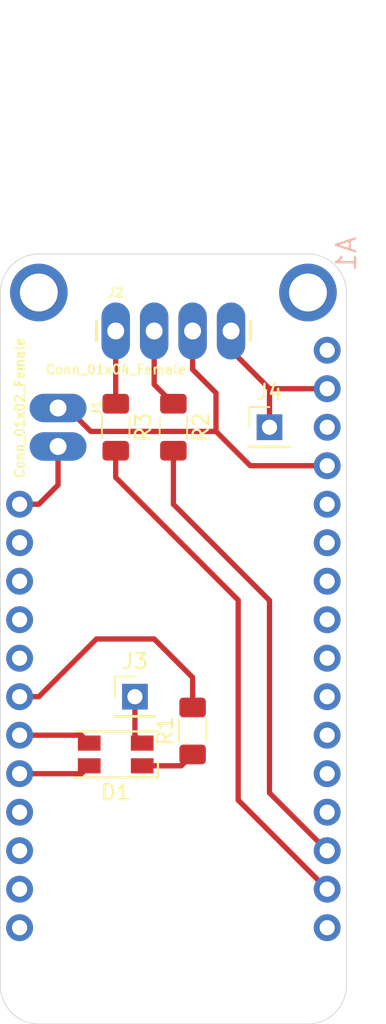
<source format=kicad_pcb>
(kicad_pcb (version 20211014) (generator pcbnew)
  (title_block (date "2022-06-23") (rev "1.0") (comment 1 "Simone Guercio"))
  (layers (0 "F.Cu" signal) (31 "B.Cu" signal) (34 "B.Paste" user) (35 "F.Paste" user) (36 "B.SilkS" user "B.Silkscreen") (37 "F.SilkS" user "F.Silkscreen") (38 "B.Mask" user) (39 "F.Mask" user) (44 "Edge.Cuts" user))
  (net 0 "")
  (net 2 "3v3")
  (net 4 "GND")
  (net 19 "Net-(A1-Pad23)")
  (net 24 "Net-(A1-Pad28)")
  (net 25 "Net-(D1-Pad1)")
  (net 26 "Net-(A1-Pad14)")
  (net 27 "Net-(A1-Pad15)")
  (net 28 "Net-(A1-Pad21)")
  (net 29 "Net-(A1-Pad22)")
  (net 30 "Net-(J2-Pad1)")
  (net 31 "Net-(J2-Pad2)")
  (footprint "sparkfun_connectors:1X04_LONGPADS" (layer "F.Cu") (at 154.94 90.17)
    (fp_text reference "J2" (at 0 -2.54) (layer "F.SilkS") (effects (font (size 0.6096 0.6096) (thickness 0.127))))
    (fp_text value "Conn_01x04_Female" (at 0 2.54) (layer "F.SilkS") (effects (font (size 0.6096 0.6096) (thickness 0.127))))
    (fp_line (start -1.27 -0.635) (end -1.27 0.635) (layer "F.SilkS") (width 0.2032))
    (fp_line (start 8.89 -0.635) (end 8.89 0.635) (layer "F.SilkS") (width 0.2032))
    (pad "1" thru_hole oval locked (at 0 0 180) (size 1.8796 3.7592) (drill 1.1176) (layers *.Cu *.Mask) (net 30 "Net-(J2-Pad1)"))
    (pad "2" thru_hole oval locked (at 2.54 0 180) (size 1.8796 3.7592) (drill 1.1176) (layers *.Cu *.Mask) (net 31 "Net-(J2-Pad2)"))
    (pad "3" thru_hole oval locked (at 5.08 0 180) (size 1.8796 3.7592) (drill 1.1176) (layers *.Cu *.Mask) (net 4 "GND"))
    (pad "4" thru_hole oval locked (at 7.62 0 180) (size 1.8796 3.7592) (drill 1.1176) (layers *.Cu *.Mask) (net 2 "3v3"))
  )
  (footprint "Resistor_SMD:R_1206_3216Metric_Pad1.30x1.75mm_HandSolder" (layer "F.Cu") (at 160.02 116.56 90)
    (fp_text reference "R1" (at 0 -1.82 90) (layer "F.SilkS"))
    (fp_text value "R_Small")
    (fp_line (start -0.727064 -0.91) (end 0.727064 -0.91) (layer "F.SilkS") (width 0.12))
    (fp_line (start -0.727064 0.91) (end 0.727064 0.91) (layer "F.SilkS") (width 0.12))
    (pad "1" smd roundrect (at -1.55 0 90) (size 1.3 1.75) (layers "F.Cu" "F.Paste" "F.Mask") (roundrect_rratio 0.192308) (net 25 "Net-(D1-Pad1)"))
    (pad "2" smd roundrect (at 1.55 0 90) (size 1.3 1.75) (layers "F.Cu" "F.Paste" "F.Mask") (roundrect_rratio 0.192308) (net 19 "Net-(A1-Pad23)"))
  )
  (footprint "fabacademy:LED_RGB_Cree_CLV1A-FKB_3.2x2.8mm" (layer "F.Cu") (at 154.94 118.11 180)
    (fp_text reference "D1" (at 0 -2.5 180) (layer "F.SilkS"))
    (fp_text value "LED_RABG")
    (fp_line (start 2.71 -1.52) (end -2.79 -1.52) (layer "F.SilkS") (width 0.15))
    (fp_line (start 2.63 1.52) (end -2.77 1.52) (layer "F.SilkS") (width 0.15))
    (fp_line (start -2.79 -0.52) (end -2.79 -1.52) (layer "F.SilkS") (width 0.15))
    (pad "1" smd rect locked (at -1.75 -0.75) (size 1.5 1) (layers "F.Cu" "F.Paste" "F.Mask") (net 25 "Net-(D1-Pad1)"))
    (pad "2" smd rect locked (at -1.75 0.75) (size 1.5 1) (layers "F.Cu" "F.Paste" "F.Mask") (net 2 "3v3"))
    (pad "3" smd rect locked (at 1.75 0.75) (size 1.5 1) (layers "F.Cu" "F.Paste" "F.Mask") (net 29 "Net-(A1-Pad22)"))
    (pad "4" smd rect locked (at 1.75 -0.75) (size 1.5 1) (layers "F.Cu" "F.Paste" "F.Mask") (net 28 "Net-(A1-Pad21)"))
  )
  (footprint "Connector_PinHeader_2.54mm:PinHeader_1x01_P2.54mm_Vertical" (layer "F.Cu") (at 156.21 114.3)
    (fp_text reference "J3" (at 0 -2.33) (layer "F.SilkS"))
    (fp_text value "Conn_01x01_Female")
    (fp_line (start -1.33 1.27) (end -1.33 1.33) (layer "F.SilkS") (width 0.12))
    (fp_line (start -1.33 1.33) (end 1.33 1.33) (layer "F.SilkS") (width 0.12))
    (fp_line (start -1.33 -1.33) (end 0 -1.33) (layer "F.SilkS") (width 0.12))
    (fp_line (start -1.33 0) (end -1.33 -1.33) (layer "F.SilkS") (width 0.12))
    (fp_line (start -1.33 1.27) (end 1.33 1.27) (layer "F.SilkS") (width 0.12))
    (fp_line (start 1.33 1.27) (end 1.33 1.33) (layer "F.SilkS") (width 0.12))
    (pad "1" thru_hole rect (at 0 0) (size 1.7 1.7) (drill 1) (layers *.Cu *.Mask) (net 2 "3v3"))
  )
  (footprint "Connector_PinHeader_2.54mm:PinHeader_1x01_P2.54mm_Vertical" (layer "F.Cu") (at 165.1 96.52)
    (fp_text reference "J4" (at 0 -2.33) (layer "F.SilkS"))
    (fp_text value "Conn_01x01_Female")
    (fp_line (start -1.33 0) (end -1.33 -1.33) (layer "F.SilkS") (width 0.12))
    (fp_line (start -1.33 1.27) (end 1.33 1.27) (layer "F.SilkS") (width 0.12))
    (fp_line (start -1.33 -1.33) (end 0 -1.33) (layer "F.SilkS") (width 0.12))
    (fp_line (start -1.33 1.33) (end 1.33 1.33) (layer "F.SilkS") (width 0.12))
    (fp_line (start -1.33 1.27) (end -1.33 1.33) (layer "F.SilkS") (width 0.12))
    (fp_line (start 1.33 1.27) (end 1.33 1.33) (layer "F.SilkS") (width 0.12))
    (pad "1" thru_hole rect (at 0 0) (size 1.7 1.7) (drill 1) (layers *.Cu *.Mask) (net 2 "3v3"))
  )
  (footprint "sparkfun_connectors:1X02_LONGPADS" (layer "F.Cu") (at 151.13 95.25 -90)
    (fp_text reference "J1" (at 0 -2.54 -90) (layer "F.SilkS") (effects (font (size 0.6096 0.6096) (thickness 0.127))))
    (fp_text value "Conn_01x02_Female" (at 0 2.54 -90) (layer "F.SilkS") (effects (font (size 0.6096 0.6096) (thickness 0.127))))
    (pad "1" thru_hole oval locked (at 0 0 90) (size 1.8796 3.7592) (drill 1.1176) (layers *.Cu *.Mask) (net 4 "GND"))
    (pad "2" thru_hole oval locked (at 2.54 0 90) (size 1.8796 3.7592) (drill 1.1176) (layers *.Cu *.Mask) (net 24 "Net-(A1-Pad28)"))
  )
  (footprint "Resistor_SMD:R_1206_3216Metric_Pad1.30x1.75mm_HandSolder" (layer "F.Cu") (at 154.94 96.52 -90)
    (fp_text reference "R3" (at 0 -1.82 90) (layer "F.SilkS"))
    (fp_text value "R_Small")
    (fp_line (start -0.727064 0.91) (end 0.727064 0.91) (layer "F.SilkS") (width 0.12))
    (fp_line (start -0.727064 -0.91) (end 0.727064 -0.91) (layer "F.SilkS") (width 0.12))
    (pad "1" smd roundrect (at -1.55 0 270) (size 1.3 1.75) (layers "F.Cu" "F.Paste" "F.Mask") (roundrect_rratio 0.192308) (net 30 "Net-(J2-Pad1)"))
    (pad "2" smd roundrect (at 1.55 0 270) (size 1.3 1.75) (layers "F.Cu" "F.Paste" "F.Mask") (roundrect_rratio 0.192308) (net 27 "Net-(A1-Pad15)"))
  )
  (footprint "Resistor_SMD:R_1206_3216Metric_Pad1.30x1.75mm_HandSolder" (layer "F.Cu") (at 158.75 96.52 -90)
    (fp_text reference "R2" (at 0 -1.82 90) (layer "F.SilkS"))
    (fp_text value "R_Small")
    (fp_line (start -0.727064 -0.91) (end 0.727064 -0.91) (layer "F.SilkS") (width 0.12))
    (fp_line (start -0.727064 0.91) (end 0.727064 0.91) (layer "F.SilkS") (width 0.12))
    (pad "1" smd roundrect (at -1.55 0 270) (size 1.3 1.75) (layers "F.Cu" "F.Paste" "F.Mask") (roundrect_rratio 0.192308) (net 31 "Net-(J2-Pad2)"))
    (pad "2" smd roundrect (at 1.55 0 270) (size 1.3 1.75) (layers "F.Cu" "F.Paste" "F.Mask") (roundrect_rratio 0.192308) (net 26 "Net-(A1-Pad14)"))
  )
  (footprint "scfablab:FEATHERWING" (layer "B.Cu") (at 170.18 85.09 -90)
    (fp_text reference "A1" (at 0 0 90) (layer "B.SilkS") (effects (font (size 1.27 1.27)) (justify mirror)))
    (fp_text value "Adafruit_Feather_HUZZAH32_ESP32")
    (fp_line (start 2.54 0) (end 48.26 0) (layer "Edge.Cuts") (width 0.05))
    (fp_line (start 48.26 22.86) (end 2.54 22.86) (layer "Edge.Cuts") (width 0.05))
    (fp_line (start 50.8 2.54) (end 50.8 20.32) (layer "Edge.Cuts") (width 0.05))
    (fp_line (start 0 20.32) (end 0 2.54) (layer "Edge.Cuts") (width 0.05))
    (fp_arc (start 50.8 20.32) (mid 50.056051 22.116051) (end 48.26 22.86) (layer "Edge.Cuts") (width 0.05))
    (fp_arc (start 0 2.54) (mid 0.743949 0.743949) (end 2.54 0) (layer "Edge.Cuts") (width 0.05))
    (fp_arc (start 48.26 0) (mid 50.056051 0.743949) (end 50.8 2.54) (layer "Edge.Cuts") (width 0.05))
    (fp_arc (start 2.54 22.86) (mid 0.743949 22.116051) (end 0 20.32) (layer "Edge.Cuts") (width 0.05))
    (pad "" np_thru_hole circle (at 48.26 20.32 270) (size 2.54 2.54) (drill 2.54) (layers *.Cu *.Mask))
    (pad "" np_thru_hole circle (at 48.26 2.54 270) (size 2.54 2.54) (drill 2.54) (layers *.Cu *.Mask))
    (pad "1" thru_hole circle (at 6.35 1.27 270) (size 1.778 1.778) (drill 1) (layers *.Cu *.Mask))
    (pad "2" thru_hole circle (at 8.89 1.27 270) (size 1.778 1.778) (drill 1) (layers *.Cu *.Mask) (net 2 "3v3"))
    (pad "3" thru_hole circle (at 11.43 1.27 270) (size 1.778 1.778) (drill 1) (layers *.Cu *.Mask))
    (pad "4" thru_hole circle (at 13.97 1.27 270) (size 1.778 1.778) (drill 1) (layers *.Cu *.Mask) (net 4 "GND"))
    (pad "5" thru_hole circle (at 16.51 1.27 270) (size 1.778 1.778) (drill 1) (layers *.Cu *.Mask))
    (pad "6" thru_hole circle (at 19.05 1.27 270) (size 1.778 1.778) (drill 1) (layers *.Cu *.Mask))
    (pad "7" thru_hole circle (at 21.59 1.27 270) (size 1.778 1.778) (drill 1) (layers *.Cu *.Mask))
    (pad "8" thru_hole circle (at 24.13 1.27 270) (size 1.778 1.778) (drill 1) (layers *.Cu *.Mask))
    (pad "9" thru_hole circle (at 26.67 1.27 270) (size 1.778 1.778) (drill 1) (layers *.Cu *.Mask))
    (pad "10" thru_hole circle (at 29.21 1.27 270) (size 1.778 1.778) (drill 1) (layers *.Cu *.Mask))
    (pad "11" thru_hole circle (at 31.75 1.27 270) (size 1.778 1.778) (drill 1) (layers *.Cu *.Mask))
    (pad "12" thru_hole circle (at 34.29 1.27 270) (size 1.778 1.778) (drill 1) (layers *.Cu *.Mask))
    (pad "13" thru_hole circle (at 36.83 1.27 270) (size 1.778 1.778) (drill 1) (layers *.Cu *.Mask))
    (pad "14" thru_hole circle (at 39.37 1.27 270) (size 1.778 1.778) (drill 1) (layers *.Cu *.Mask) (net 26 "Net-(A1-Pad14)"))
    (pad "15" thru_hole circle (at 41.91 1.27 270) (size 1.778 1.778) (drill 1) (layers *.Cu *.Mask) (net 27 "Net-(A1-Pad15)"))
    (pad "16" thru_hole circle (at 44.45 1.27 270) (size 1.778 1.778) (drill 1) (layers *.Cu *.Mask))
    (pad "17" thru_hole circle (at 44.45 21.59 270) (size 1.778 1.778) (drill 1) (layers *.Cu *.Mask))
    (pad "18" thru_hole circle (at 41.91 21.59 270) (size 1.778 1.778) (drill 1) (layers *.Cu *.Mask))
    (pad "19" thru_hole circle (at 39.37 21.59 270) (size 1.778 1.778) (drill 1) (layers *.Cu *.Mask))
    (pad "20" thru_hole circle (at 36.83 21.59 270) (size 1.778 1.778) (drill 1) (layers *.Cu *.Mask))
    (pad "21" thru_hole circle (at 34.29 21.59 270) (size 1.778 1.778) (drill 1) (layers *.Cu *.Mask) (net 28 "Net-(A1-Pad21)"))
    (pad "22" thru_hole circle (at 31.75 21.59 270) (size 1.778 1.778) (drill 1) (layers *.Cu *.Mask) (net 29 "Net-(A1-Pad22)"))
    (pad "23" thru_hole circle (at 29.21 21.59 270) (size 1.778 1.778) (drill 1) (layers *.Cu *.Mask) (net 19 "Net-(A1-Pad23)"))
    (pad "24" thru_hole circle (at 26.67 21.59 270) (size 1.778 1.778) (drill 1) (layers *.Cu *.Mask))
    (pad "25" thru_hole circle (at 24.13 21.59 270) (size 1.778 1.778) (drill 1) (layers *.Cu *.Mask))
    (pad "26" thru_hole circle (at 21.59 21.59 270) (size 1.778 1.778) (drill 1) (layers *.Cu *.Mask))
    (pad "27" thru_hole circle (at 19.05 21.59 270) (size 1.778 1.778) (drill 1) (layers *.Cu *.Mask))
    (pad "28" thru_hole circle (at 16.51 21.59 270) (size 1.778 1.778) (drill 1) (layers *.Cu *.Mask) (net 24 "Net-(A1-Pad28)"))
    (pad "P$1" thru_hole circle (at 2.54 20.32 270) (size 3.81 3.81) (drill 2.5) (layers *.Cu *.Mask))
    (pad "P$2" thru_hole circle (at 2.54 2.54 270) (size 3.81 3.81) (drill 2.5) (layers *.Cu *.Mask))
  )
  (segment (start 165.1 96.52) (end 165.1 93.98) (width 0.35) (layer "F.Cu") (net 2))
  (segment (start 156.21 114.3) (end 156.21 116.88) (width 0.35) (layer "F.Cu") (net 2))
  (segment (start 162.56 91.44) (end 165.1 93.98) (width 0.35) (layer "F.Cu") (net 2))
  (segment (start 165.1 93.98) (end 168.91 93.98) (width 0.35) (layer "F.Cu") (net 2))
  (segment (start 156.21 116.88) (end 156.69 117.36) (width 0.35) (layer "F.Cu") (net 2))
  (segment (start 162.56 90.17) (end 162.56 91.44) (width 0.35) (layer "F.Cu") (net 2))
  (segment (start 160.02 90.17) (end 160.02 92.71) (width 0.35) (layer "F.Cu") (net 4))
  (segment (start 161.56548 96.79548) (end 163.83 99.06) (width 0.35) (layer "F.Cu") (net 4))
  (segment (start 168.91 99.481574) (end 168.91 99.06) (width 0.25) (layer "F.Cu") (net 4))
  (segment (start 153.287562 96.79548) (end 161.56548 96.79548) (width 0.35) (layer "F.Cu") (net 4))
  (segment (start 163.83 99.06) (end 168.91 99.06) (width 0.35) (layer "F.Cu") (net 4))
  (segment (start 151.742082 95.25) (end 153.287562 96.79548) (width 0.35) (layer "F.Cu") (net 4))
  (segment (start 161.56548 94.25548) (end 161.56548 96.79548) (width 0.35) (layer "F.Cu") (net 4))
  (segment (start 160.02 92.71) (end 161.56548 94.25548) (width 0.35) (layer "F.Cu") (net 4))
  (segment (start 151.13 95.25) (end 151.742082 95.25) (width 0.35) (layer "F.Cu") (net 4))
  (segment (start 153.67 110.49) (end 157.48 110.49) (width 0.35) (layer "F.Cu") (net 19))
  (segment (start 149.86 114.3) (end 153.67 110.49) (width 0.35) (layer "F.Cu") (net 19))
  (segment (start 148.59 114.3) (end 149.86 114.3) (width 0.35) (layer "F.Cu") (net 19))
  (segment (start 160.02 113.03) (end 160.02 115.01) (width 0.35) (layer "F.Cu") (net 19))
  (segment (start 157.48 110.49) (end 160.02 113.03) (width 0.35) (layer "F.Cu") (net 19))
  (segment (start 149.86 101.6) (end 148.59 101.6) (width 0.35) (layer "F.Cu") (net 24))
  (segment (start 151.13 100.33) (end 149.86 101.6) (width 0.35) (layer "F.Cu") (net 24))
  (segment (start 151.13 97.79) (end 151.13 100.33) (width 0.35) (layer "F.Cu") (net 24))
  (segment (start 159.27 118.86) (end 160.02 118.11) (width 0.35) (layer "F.Cu") (net 25))
  (segment (start 156.69 118.86) (end 159.27 118.86) (width 0.35) (layer "F.Cu") (net 25))
  (segment (start 165.1 107.95) (end 158.75 101.6) (width 0.35) (layer "F.Cu") (net 26))
  (segment (start 168.91 124.46) (end 165.1 120.65) (width 0.35) (layer "F.Cu") (net 26))
  (segment (start 165.1 120.65) (end 165.1 107.95) (width 0.35) (layer "F.Cu") (net 26))
  (segment (start 158.75 101.6) (end 158.75 98.07) (width 0.35) (layer "F.Cu") (net 26))
  (segment (start 154.94 99.835) (end 163.030489 107.925489) (width 0.35) (layer "F.Cu") (net 27))
  (segment (start 163.030489 107.925489) (end 163.030489 121.120489) (width 0.35) (layer "F.Cu") (net 27))
  (segment (start 163.030489 121.120489) (end 168.91 127) (width 0.35) (layer "F.Cu") (net 27))
  (segment (start 154.94 98.07) (end 154.94 99.835) (width 0.35) (layer "F.Cu") (net 27))
  (segment (start 152.67 119.38) (end 153.19 118.86) (width 0.35) (layer "F.Cu") (net 28))
  (segment (start 148.59 119.38) (end 152.67 119.38) (width 0.35) (layer "F.Cu") (net 28))
  (segment (start 152.67 116.84) (end 153.19 117.36) (width 0.35) (layer "F.Cu") (net 29))
  (segment (start 148.59 116.84) (end 152.67 116.84) (width 0.35) (layer "F.Cu") (net 29))
  (segment (start 154.94 90.17) (end 154.94 94.97) (width 0.35) (layer "F.Cu") (net 30))
  (segment (start 157.48 90.17) (end 157.48 93.7) (width 0.35) (layer "F.Cu") (net 31))
  (segment (start 157.48 93.7) (end 158.75 94.97) (width 0.35) (layer "F.Cu") (net 31))
)
</source>
